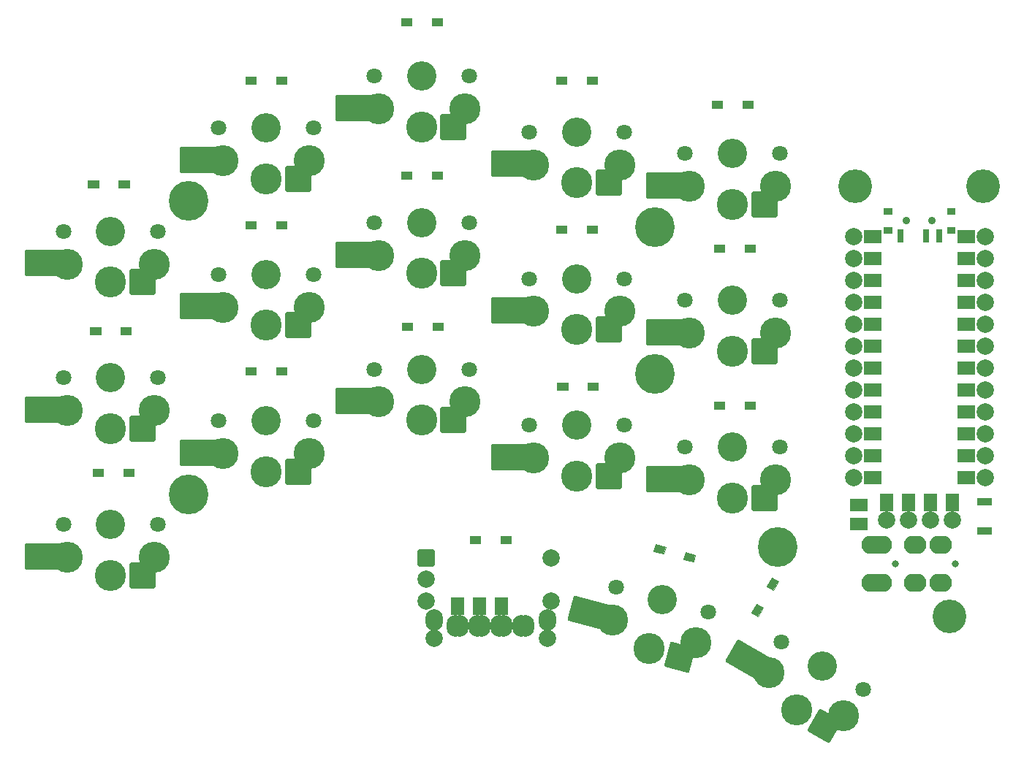
<source format=gbs>
G04 #@! TF.GenerationSoftware,KiCad,Pcbnew,7.0.2-0*
G04 #@! TF.CreationDate,2023-06-25T18:15:39+02:00*
G04 #@! TF.ProjectId,arkenswoop,61726b65-6e73-4776-9f6f-702e6b696361,0.6.0*
G04 #@! TF.SameCoordinates,Original*
G04 #@! TF.FileFunction,Soldermask,Bot*
G04 #@! TF.FilePolarity,Negative*
%FSLAX46Y46*%
G04 Gerber Fmt 4.6, Leading zero omitted, Abs format (unit mm)*
G04 Created by KiCad (PCBNEW 7.0.2-0) date 2023-06-25 18:15:39*
%MOMM*%
%LPD*%
G01*
G04 APERTURE LIST*
G04 Aperture macros list*
%AMRoundRect*
0 Rectangle with rounded corners*
0 $1 Rounding radius*
0 $2 $3 $4 $5 $6 $7 $8 $9 X,Y pos of 4 corners*
0 Add a 4 corners polygon primitive as box body*
4,1,4,$2,$3,$4,$5,$6,$7,$8,$9,$2,$3,0*
0 Add four circle primitives for the rounded corners*
1,1,$1+$1,$2,$3*
1,1,$1+$1,$4,$5*
1,1,$1+$1,$6,$7*
1,1,$1+$1,$8,$9*
0 Add four rect primitives between the rounded corners*
20,1,$1+$1,$2,$3,$4,$5,0*
20,1,$1+$1,$4,$5,$6,$7,0*
20,1,$1+$1,$6,$7,$8,$9,0*
20,1,$1+$1,$8,$9,$2,$3,0*%
%AMFreePoly0*
4,1,22,0.686777,0.580194,0.756366,0.524698,0.794986,0.444504,0.800000,0.400000,0.800000,0.200000,0.780194,0.113223,0.741421,0.058579,0.141421,-0.541421,0.066056,-0.588777,-0.022393,-0.598742,-0.106406,-0.569345,-0.141421,-0.541421,-0.741421,0.058579,-0.788777,0.133944,-0.800000,0.200000,-0.800000,0.400000,-0.780194,0.486777,-0.724698,0.556366,-0.644504,0.594986,-0.600000,0.600000,
0.600000,0.600000,0.686777,0.580194,0.686777,0.580194,$1*%
%AMFreePoly1*
4,1,26,0.706406,1.169345,0.769345,1.106406,0.798742,1.022393,0.800000,1.000000,0.800000,-0.250000,0.780194,-0.336777,0.724698,-0.406366,0.644504,-0.444986,0.600000,-0.450000,-0.600000,-0.450000,-0.686777,-0.430194,-0.756366,-0.374698,-0.794986,-0.294504,-0.800000,-0.250000,-0.800000,1.000000,-0.780194,1.086777,-0.724698,1.156366,-0.644504,1.194986,-0.555496,1.194986,-0.475302,1.156366,
-0.458579,1.141421,0.000000,0.682842,0.458579,1.141421,0.533944,1.188777,0.622393,1.198742,0.706406,1.169345,0.706406,1.169345,$1*%
G04 Aperture macros list end*
%ADD10C,0.100000*%
%ADD11C,4.600000*%
%ADD12C,1.800000*%
%ADD13C,3.600000*%
%ADD14C,3.400000*%
%ADD15RoundRect,0.200000X-1.300000X1.300000X-1.300000X-1.300000X1.300000X-1.300000X1.300000X1.300000X0*%
%ADD16RoundRect,0.200000X-2.290000X1.300000X-2.290000X-1.300000X2.290000X-1.300000X2.290000X1.300000X0*%
%ADD17O,2.000000X2.500000*%
%ADD18FreePoly0,180.000000*%
%ADD19FreePoly1,180.000000*%
%ADD20C,2.000000*%
%ADD21RoundRect,0.200000X-0.475833X1.775833X-1.775833X-0.475833X0.475833X-1.775833X1.775833X0.475833X0*%
%ADD22RoundRect,0.200000X-1.333198X2.270833X-2.633198X0.019167X1.333198X-2.270833X2.633198X-0.019167X0*%
%ADD23C,0.900000*%
%ADD24RoundRect,0.200000X-0.800000X-0.800000X0.800000X-0.800000X0.800000X0.800000X-0.800000X0.800000X0*%
%ADD25C,3.900000*%
%ADD26FreePoly0,90.000000*%
%ADD27FreePoly0,270.000000*%
%ADD28FreePoly1,90.000000*%
%ADD29FreePoly1,270.000000*%
%ADD30C,0.800000*%
%ADD31O,2.600000X2.100000*%
%ADD32RoundRect,0.200000X-0.919239X1.592168X-1.592168X-0.919239X0.919239X-1.592168X1.592168X0.919239X0*%
%ADD33RoundRect,0.200000X-1.875505X1.848399X-2.548435X-0.663008X1.875505X-1.848399X2.548435X0.663008X0*%
G04 APERTURE END LIST*
D10*
X109650000Y-63425000D02*
X108450000Y-63425000D01*
X108450000Y-62575000D01*
X109650000Y-62575000D01*
X109650000Y-63425000D01*
G36*
X109650000Y-63425000D02*
G01*
X108450000Y-63425000D01*
X108450000Y-62575000D01*
X109650000Y-62575000D01*
X109650000Y-63425000D01*
G37*
X106100000Y-63425000D02*
X104900000Y-63425000D01*
X104900000Y-62575000D01*
X106100000Y-62575000D01*
X106100000Y-63425000D01*
G36*
X106100000Y-63425000D02*
G01*
X104900000Y-63425000D01*
X104900000Y-62575000D01*
X106100000Y-62575000D01*
X106100000Y-63425000D01*
G37*
X111933509Y-131354624D02*
X110917509Y-131354624D01*
X110917509Y-130338624D01*
X111933509Y-130338624D01*
X111933509Y-131354624D01*
G36*
X111933509Y-131354624D02*
G01*
X110917509Y-131354624D01*
X110917509Y-130338624D01*
X111933509Y-130338624D01*
X111933509Y-131354624D01*
G37*
X114473509Y-131354624D02*
X113457509Y-131354624D01*
X113457509Y-130338624D01*
X114473509Y-130338624D01*
X114473509Y-131354624D01*
G36*
X114473509Y-131354624D02*
G01*
X113457509Y-131354624D01*
X113457509Y-130338624D01*
X114473509Y-130338624D01*
X114473509Y-131354624D01*
G37*
X117013509Y-131354624D02*
X115997509Y-131354624D01*
X115997509Y-130338624D01*
X117013509Y-130338624D01*
X117013509Y-131354624D01*
G36*
X117013509Y-131354624D02*
G01*
X115997509Y-131354624D01*
X115997509Y-130338624D01*
X117013509Y-130338624D01*
X117013509Y-131354624D01*
G37*
X73600000Y-99175000D02*
X72400000Y-99175000D01*
X72400000Y-98325000D01*
X73600000Y-98325000D01*
X73600000Y-99175000D01*
G36*
X73600000Y-99175000D02*
G01*
X72400000Y-99175000D01*
X72400000Y-98325000D01*
X73600000Y-98325000D01*
X73600000Y-99175000D01*
G37*
X70050000Y-99175000D02*
X68850000Y-99175000D01*
X68850000Y-98325000D01*
X70050000Y-98325000D01*
X70050000Y-99175000D01*
G36*
X70050000Y-99175000D02*
G01*
X68850000Y-99175000D01*
X68850000Y-98325000D01*
X70050000Y-98325000D01*
X70050000Y-99175000D01*
G37*
X173180034Y-122352819D02*
X171580034Y-122352819D01*
X171580034Y-121552819D01*
X173180034Y-121552819D01*
X173180034Y-122352819D01*
G36*
X173180034Y-122352819D02*
G01*
X171580034Y-122352819D01*
X171580034Y-121552819D01*
X173180034Y-121552819D01*
X173180034Y-122352819D01*
G37*
X173180034Y-118952819D02*
X171580034Y-118952819D01*
X171580034Y-118152819D01*
X173180034Y-118152819D01*
X173180034Y-118952819D01*
G36*
X173180034Y-118952819D02*
G01*
X171580034Y-118952819D01*
X171580034Y-118152819D01*
X173180034Y-118152819D01*
X173180034Y-118952819D01*
G37*
X73350000Y-82175000D02*
X72150000Y-82175000D01*
X72150000Y-81325000D01*
X73350000Y-81325000D01*
X73350000Y-82175000D01*
G36*
X73350000Y-82175000D02*
G01*
X72150000Y-82175000D01*
X72150000Y-81325000D01*
X73350000Y-81325000D01*
X73350000Y-82175000D01*
G37*
X69800000Y-82175000D02*
X68600000Y-82175000D01*
X68600000Y-81325000D01*
X69800000Y-81325000D01*
X69800000Y-82175000D01*
G36*
X69800000Y-82175000D02*
G01*
X68600000Y-82175000D01*
X68600000Y-81325000D01*
X69800000Y-81325000D01*
X69800000Y-82175000D01*
G37*
X168990258Y-87450219D02*
X168090258Y-87450219D01*
X168090258Y-86750219D01*
X168990258Y-86750219D01*
X168990258Y-87450219D01*
G36*
X168990258Y-87450219D02*
G01*
X168090258Y-87450219D01*
X168090258Y-86750219D01*
X168990258Y-86750219D01*
X168990258Y-87450219D01*
G37*
X168990258Y-85250219D02*
X168090258Y-85250219D01*
X168090258Y-84550219D01*
X168990258Y-84550219D01*
X168990258Y-85250219D01*
G36*
X168990258Y-85250219D02*
G01*
X168090258Y-85250219D01*
X168090258Y-84550219D01*
X168990258Y-84550219D01*
X168990258Y-85250219D01*
G37*
X167440258Y-88450219D02*
X166840258Y-88450219D01*
X166840258Y-87050219D01*
X167440258Y-87050219D01*
X167440258Y-88450219D01*
G36*
X167440258Y-88450219D02*
G01*
X166840258Y-88450219D01*
X166840258Y-87050219D01*
X167440258Y-87050219D01*
X167440258Y-88450219D01*
G37*
X165940258Y-88450219D02*
X165340258Y-88450219D01*
X165340258Y-87050219D01*
X165940258Y-87050219D01*
X165940258Y-88450219D01*
G36*
X165940258Y-88450219D02*
G01*
X165340258Y-88450219D01*
X165340258Y-87050219D01*
X165940258Y-87050219D01*
X165940258Y-88450219D01*
G37*
X162940258Y-88450219D02*
X162340258Y-88450219D01*
X162340258Y-87050219D01*
X162940258Y-87050219D01*
X162940258Y-88450219D01*
G36*
X162940258Y-88450219D02*
G01*
X162340258Y-88450219D01*
X162340258Y-87050219D01*
X162940258Y-87050219D01*
X162940258Y-88450219D01*
G37*
X161690258Y-87450219D02*
X160790258Y-87450219D01*
X160790258Y-86750219D01*
X161690258Y-86750219D01*
X161690258Y-87450219D01*
G36*
X161690258Y-87450219D02*
G01*
X160790258Y-87450219D01*
X160790258Y-86750219D01*
X161690258Y-86750219D01*
X161690258Y-87450219D01*
G37*
X161690258Y-85250219D02*
X160790258Y-85250219D01*
X160790258Y-84550219D01*
X161690258Y-84550219D01*
X161690258Y-85250219D01*
G36*
X161690258Y-85250219D02*
G01*
X160790258Y-85250219D01*
X160790258Y-84550219D01*
X161690258Y-84550219D01*
X161690258Y-85250219D01*
G37*
X145850000Y-107825000D02*
X144650000Y-107825000D01*
X144650000Y-106975000D01*
X145850000Y-106975000D01*
X145850000Y-107825000D01*
G36*
X145850000Y-107825000D02*
G01*
X144650000Y-107825000D01*
X144650000Y-106975000D01*
X145850000Y-106975000D01*
X145850000Y-107825000D01*
G37*
X142300000Y-107825000D02*
X141100000Y-107825000D01*
X141100000Y-106975000D01*
X142300000Y-106975000D01*
X142300000Y-107825000D01*
G36*
X142300000Y-107825000D02*
G01*
X141100000Y-107825000D01*
X141100000Y-106975000D01*
X142300000Y-106975000D01*
X142300000Y-107825000D01*
G37*
X127600000Y-70175000D02*
X126400000Y-70175000D01*
X126400000Y-69325000D01*
X127600000Y-69325000D01*
X127600000Y-70175000D01*
G36*
X127600000Y-70175000D02*
G01*
X126400000Y-70175000D01*
X126400000Y-69325000D01*
X127600000Y-69325000D01*
X127600000Y-70175000D01*
G37*
X124050000Y-70175000D02*
X122850000Y-70175000D01*
X122850000Y-69325000D01*
X124050000Y-69325000D01*
X124050000Y-70175000D01*
G36*
X124050000Y-70175000D02*
G01*
X122850000Y-70175000D01*
X122850000Y-69325000D01*
X124050000Y-69325000D01*
X124050000Y-70175000D01*
G37*
X109625000Y-81175000D02*
X108425000Y-81175000D01*
X108425000Y-80325000D01*
X109625000Y-80325000D01*
X109625000Y-81175000D01*
G36*
X109625000Y-81175000D02*
G01*
X108425000Y-81175000D01*
X108425000Y-80325000D01*
X109625000Y-80325000D01*
X109625000Y-81175000D01*
G37*
X106075000Y-81175000D02*
X104875000Y-81175000D01*
X104875000Y-80325000D01*
X106075000Y-80325000D01*
X106075000Y-81175000D01*
G36*
X106075000Y-81175000D02*
G01*
X104875000Y-81175000D01*
X104875000Y-80325000D01*
X106075000Y-80325000D01*
X106075000Y-81175000D01*
G37*
X127600000Y-87425000D02*
X126400000Y-87425000D01*
X126400000Y-86575000D01*
X127600000Y-86575000D01*
X127600000Y-87425000D01*
G36*
X127600000Y-87425000D02*
G01*
X126400000Y-87425000D01*
X126400000Y-86575000D01*
X127600000Y-86575000D01*
X127600000Y-87425000D01*
G37*
X124050000Y-87425000D02*
X122850000Y-87425000D01*
X122850000Y-86575000D01*
X124050000Y-86575000D01*
X124050000Y-87425000D01*
G36*
X124050000Y-87425000D02*
G01*
X122850000Y-87425000D01*
X122850000Y-86575000D01*
X124050000Y-86575000D01*
X124050000Y-87425000D01*
G37*
X145600000Y-72925000D02*
X144400000Y-72925000D01*
X144400000Y-72075000D01*
X145600000Y-72075000D01*
X145600000Y-72925000D01*
G36*
X145600000Y-72925000D02*
G01*
X144400000Y-72925000D01*
X144400000Y-72075000D01*
X145600000Y-72075000D01*
X145600000Y-72925000D01*
G37*
X142050000Y-72925000D02*
X140850000Y-72925000D01*
X140850000Y-72075000D01*
X142050000Y-72075000D01*
X142050000Y-72925000D01*
G36*
X142050000Y-72925000D02*
G01*
X140850000Y-72925000D01*
X140850000Y-72075000D01*
X142050000Y-72075000D01*
X142050000Y-72925000D01*
G37*
X159810259Y-88401222D02*
X158794259Y-88401222D01*
X158794259Y-87385222D01*
X159810259Y-87385222D01*
X159810259Y-88401222D01*
G36*
X159810259Y-88401222D02*
G01*
X158794259Y-88401222D01*
X158794259Y-87385222D01*
X159810259Y-87385222D01*
X159810259Y-88401222D01*
G37*
X159810259Y-90941222D02*
X158794259Y-90941222D01*
X158794259Y-89925222D01*
X159810259Y-89925222D01*
X159810259Y-90941222D01*
G36*
X159810259Y-90941222D02*
G01*
X158794259Y-90941222D01*
X158794259Y-89925222D01*
X159810259Y-89925222D01*
X159810259Y-90941222D01*
G37*
X159810259Y-93481222D02*
X158794259Y-93481222D01*
X158794259Y-92465222D01*
X159810259Y-92465222D01*
X159810259Y-93481222D01*
G36*
X159810259Y-93481222D02*
G01*
X158794259Y-93481222D01*
X158794259Y-92465222D01*
X159810259Y-92465222D01*
X159810259Y-93481222D01*
G37*
X159810259Y-96021222D02*
X158794259Y-96021222D01*
X158794259Y-95005222D01*
X159810259Y-95005222D01*
X159810259Y-96021222D01*
G36*
X159810259Y-96021222D02*
G01*
X158794259Y-96021222D01*
X158794259Y-95005222D01*
X159810259Y-95005222D01*
X159810259Y-96021222D01*
G37*
X159810259Y-98561222D02*
X158794259Y-98561222D01*
X158794259Y-97545222D01*
X159810259Y-97545222D01*
X159810259Y-98561222D01*
G36*
X159810259Y-98561222D02*
G01*
X158794259Y-98561222D01*
X158794259Y-97545222D01*
X159810259Y-97545222D01*
X159810259Y-98561222D01*
G37*
X159810259Y-101101222D02*
X158794259Y-101101222D01*
X158794259Y-100085222D01*
X159810259Y-100085222D01*
X159810259Y-101101222D01*
G36*
X159810259Y-101101222D02*
G01*
X158794259Y-101101222D01*
X158794259Y-100085222D01*
X159810259Y-100085222D01*
X159810259Y-101101222D01*
G37*
X159810259Y-103641222D02*
X158794259Y-103641222D01*
X158794259Y-102625222D01*
X159810259Y-102625222D01*
X159810259Y-103641222D01*
G36*
X159810259Y-103641222D02*
G01*
X158794259Y-103641222D01*
X158794259Y-102625222D01*
X159810259Y-102625222D01*
X159810259Y-103641222D01*
G37*
X159810259Y-106181222D02*
X158794259Y-106181222D01*
X158794259Y-105165222D01*
X159810259Y-105165222D01*
X159810259Y-106181222D01*
G36*
X159810259Y-106181222D02*
G01*
X158794259Y-106181222D01*
X158794259Y-105165222D01*
X159810259Y-105165222D01*
X159810259Y-106181222D01*
G37*
X159810259Y-108721222D02*
X158794259Y-108721222D01*
X158794259Y-107705222D01*
X159810259Y-107705222D01*
X159810259Y-108721222D01*
G36*
X159810259Y-108721222D02*
G01*
X158794259Y-108721222D01*
X158794259Y-107705222D01*
X159810259Y-107705222D01*
X159810259Y-108721222D01*
G37*
X159810259Y-111261222D02*
X158794259Y-111261222D01*
X158794259Y-110245222D01*
X159810259Y-110245222D01*
X159810259Y-111261222D01*
G36*
X159810259Y-111261222D02*
G01*
X158794259Y-111261222D01*
X158794259Y-110245222D01*
X159810259Y-110245222D01*
X159810259Y-111261222D01*
G37*
X159810259Y-113801222D02*
X158794259Y-113801222D01*
X158794259Y-112785222D01*
X159810259Y-112785222D01*
X159810259Y-113801222D01*
G36*
X159810259Y-113801222D02*
G01*
X158794259Y-113801222D01*
X158794259Y-112785222D01*
X159810259Y-112785222D01*
X159810259Y-113801222D01*
G37*
X159810259Y-116341222D02*
X158794259Y-116341222D01*
X158794259Y-115325222D01*
X159810259Y-115325222D01*
X159810259Y-116341222D01*
G36*
X159810259Y-116341222D02*
G01*
X158794259Y-116341222D01*
X158794259Y-115325222D01*
X159810259Y-115325222D01*
X159810259Y-116341222D01*
G37*
X170986259Y-88401222D02*
X169970259Y-88401222D01*
X169970259Y-87385222D01*
X170986259Y-87385222D01*
X170986259Y-88401222D01*
G36*
X170986259Y-88401222D02*
G01*
X169970259Y-88401222D01*
X169970259Y-87385222D01*
X170986259Y-87385222D01*
X170986259Y-88401222D01*
G37*
X170986259Y-90941222D02*
X169970259Y-90941222D01*
X169970259Y-89925222D01*
X170986259Y-89925222D01*
X170986259Y-90941222D01*
G36*
X170986259Y-90941222D02*
G01*
X169970259Y-90941222D01*
X169970259Y-89925222D01*
X170986259Y-89925222D01*
X170986259Y-90941222D01*
G37*
X170986259Y-93481222D02*
X169970259Y-93481222D01*
X169970259Y-92465222D01*
X170986259Y-92465222D01*
X170986259Y-93481222D01*
G36*
X170986259Y-93481222D02*
G01*
X169970259Y-93481222D01*
X169970259Y-92465222D01*
X170986259Y-92465222D01*
X170986259Y-93481222D01*
G37*
X170986259Y-96021222D02*
X169970259Y-96021222D01*
X169970259Y-95005222D01*
X170986259Y-95005222D01*
X170986259Y-96021222D01*
G36*
X170986259Y-96021222D02*
G01*
X169970259Y-96021222D01*
X169970259Y-95005222D01*
X170986259Y-95005222D01*
X170986259Y-96021222D01*
G37*
X170986259Y-98561222D02*
X169970259Y-98561222D01*
X169970259Y-97545222D01*
X170986259Y-97545222D01*
X170986259Y-98561222D01*
G36*
X170986259Y-98561222D02*
G01*
X169970259Y-98561222D01*
X169970259Y-97545222D01*
X170986259Y-97545222D01*
X170986259Y-98561222D01*
G37*
X170986259Y-101101222D02*
X169970259Y-101101222D01*
X169970259Y-100085222D01*
X170986259Y-100085222D01*
X170986259Y-101101222D01*
G36*
X170986259Y-101101222D02*
G01*
X169970259Y-101101222D01*
X169970259Y-100085222D01*
X170986259Y-100085222D01*
X170986259Y-101101222D01*
G37*
X170986259Y-103641222D02*
X169970259Y-103641222D01*
X169970259Y-102625222D01*
X170986259Y-102625222D01*
X170986259Y-103641222D01*
G36*
X170986259Y-103641222D02*
G01*
X169970259Y-103641222D01*
X169970259Y-102625222D01*
X170986259Y-102625222D01*
X170986259Y-103641222D01*
G37*
X170986259Y-106181222D02*
X169970259Y-106181222D01*
X169970259Y-105165222D01*
X170986259Y-105165222D01*
X170986259Y-106181222D01*
G36*
X170986259Y-106181222D02*
G01*
X169970259Y-106181222D01*
X169970259Y-105165222D01*
X170986259Y-105165222D01*
X170986259Y-106181222D01*
G37*
X170986259Y-108721222D02*
X169970259Y-108721222D01*
X169970259Y-107705222D01*
X170986259Y-107705222D01*
X170986259Y-108721222D01*
G36*
X170986259Y-108721222D02*
G01*
X169970259Y-108721222D01*
X169970259Y-107705222D01*
X170986259Y-107705222D01*
X170986259Y-108721222D01*
G37*
X170986259Y-111261222D02*
X169970259Y-111261222D01*
X169970259Y-110245222D01*
X170986259Y-110245222D01*
X170986259Y-111261222D01*
G36*
X170986259Y-111261222D02*
G01*
X169970259Y-111261222D01*
X169970259Y-110245222D01*
X170986259Y-110245222D01*
X170986259Y-111261222D01*
G37*
X170986259Y-113801222D02*
X169970259Y-113801222D01*
X169970259Y-112785222D01*
X170986259Y-112785222D01*
X170986259Y-113801222D01*
G36*
X170986259Y-113801222D02*
G01*
X169970259Y-113801222D01*
X169970259Y-112785222D01*
X170986259Y-112785222D01*
X170986259Y-113801222D01*
G37*
X170986259Y-116341222D02*
X169970259Y-116341222D01*
X169970259Y-115325222D01*
X170986259Y-115325222D01*
X170986259Y-116341222D01*
G36*
X170986259Y-116341222D02*
G01*
X169970259Y-116341222D01*
X169970259Y-115325222D01*
X170986259Y-115325222D01*
X170986259Y-116341222D01*
G37*
X73900000Y-115675000D02*
X72700000Y-115675000D01*
X72700000Y-114825000D01*
X73900000Y-114825000D01*
X73900000Y-115675000D01*
G36*
X73900000Y-115675000D02*
G01*
X72700000Y-115675000D01*
X72700000Y-114825000D01*
X73900000Y-114825000D01*
X73900000Y-115675000D01*
G37*
X70350000Y-115675000D02*
X69150000Y-115675000D01*
X69150000Y-114825000D01*
X70350000Y-114825000D01*
X70350000Y-115675000D01*
G36*
X70350000Y-115675000D02*
G01*
X69150000Y-115675000D01*
X69150000Y-114825000D01*
X70350000Y-114825000D01*
X70350000Y-115675000D01*
G37*
X161588438Y-119348911D02*
X160572438Y-119348911D01*
X160572438Y-118332911D01*
X161588438Y-118332911D01*
X161588438Y-119348911D01*
G36*
X161588438Y-119348911D02*
G01*
X160572438Y-119348911D01*
X160572438Y-118332911D01*
X161588438Y-118332911D01*
X161588438Y-119348911D01*
G37*
X164128438Y-119348911D02*
X163112438Y-119348911D01*
X163112438Y-118332911D01*
X164128438Y-118332911D01*
X164128438Y-119348911D01*
G36*
X164128438Y-119348911D02*
G01*
X163112438Y-119348911D01*
X163112438Y-118332911D01*
X164128438Y-118332911D01*
X164128438Y-119348911D01*
G37*
X166668438Y-119348911D02*
X165652438Y-119348911D01*
X165652438Y-118332911D01*
X166668438Y-118332911D01*
X166668438Y-119348911D01*
G36*
X166668438Y-119348911D02*
G01*
X165652438Y-119348911D01*
X165652438Y-118332911D01*
X166668438Y-118332911D01*
X166668438Y-119348911D01*
G37*
X169208438Y-119348911D02*
X168192438Y-119348911D01*
X168192438Y-118332911D01*
X169208438Y-118332911D01*
X169208438Y-119348911D01*
G36*
X169208438Y-119348911D02*
G01*
X168192438Y-119348911D01*
X168192438Y-118332911D01*
X169208438Y-118332911D01*
X169208438Y-119348911D01*
G37*
X127700400Y-105675000D02*
X126500400Y-105675000D01*
X126500400Y-104825000D01*
X127700400Y-104825000D01*
X127700400Y-105675000D01*
G36*
X127700400Y-105675000D02*
G01*
X126500400Y-105675000D01*
X126500400Y-104825000D01*
X127700400Y-104825000D01*
X127700400Y-105675000D01*
G37*
X124150400Y-105675000D02*
X122950400Y-105675000D01*
X122950400Y-104825000D01*
X124150400Y-104825000D01*
X124150400Y-105675000D01*
G36*
X124150400Y-105675000D02*
G01*
X122950400Y-105675000D01*
X122950400Y-104825000D01*
X124150400Y-104825000D01*
X124150400Y-105675000D01*
G37*
X117600000Y-123425000D02*
X116400000Y-123425000D01*
X116400000Y-122575000D01*
X117600000Y-122575000D01*
X117600000Y-123425000D01*
G36*
X117600000Y-123425000D02*
G01*
X116400000Y-123425000D01*
X116400000Y-122575000D01*
X117600000Y-122575000D01*
X117600000Y-123425000D01*
G37*
X114050000Y-123425000D02*
X112850000Y-123425000D01*
X112850000Y-122575000D01*
X114050000Y-122575000D01*
X114050000Y-123425000D01*
G36*
X114050000Y-123425000D02*
G01*
X112850000Y-123425000D01*
X112850000Y-122575000D01*
X114050000Y-122575000D01*
X114050000Y-123425000D01*
G37*
X91600000Y-86925000D02*
X90400000Y-86925000D01*
X90400000Y-86075000D01*
X91600000Y-86075000D01*
X91600000Y-86925000D01*
G36*
X91600000Y-86925000D02*
G01*
X90400000Y-86925000D01*
X90400000Y-86075000D01*
X91600000Y-86075000D01*
X91600000Y-86925000D01*
G37*
X88050000Y-86925000D02*
X86850000Y-86925000D01*
X86850000Y-86075000D01*
X88050000Y-86075000D01*
X88050000Y-86925000D01*
G36*
X88050000Y-86925000D02*
G01*
X86850000Y-86925000D01*
X86850000Y-86075000D01*
X88050000Y-86075000D01*
X88050000Y-86925000D01*
G37*
X91600000Y-103875000D02*
X90400000Y-103875000D01*
X90400000Y-103025000D01*
X91600000Y-103025000D01*
X91600000Y-103875000D01*
G36*
X91600000Y-103875000D02*
G01*
X90400000Y-103875000D01*
X90400000Y-103025000D01*
X91600000Y-103025000D01*
X91600000Y-103875000D01*
G37*
X88050000Y-103875000D02*
X86850000Y-103875000D01*
X86850000Y-103025000D01*
X88050000Y-103025000D01*
X88050000Y-103875000D01*
G36*
X88050000Y-103875000D02*
G01*
X86850000Y-103875000D01*
X86850000Y-103025000D01*
X88050000Y-103025000D01*
X88050000Y-103875000D01*
G37*
X109700400Y-98675000D02*
X108500400Y-98675000D01*
X108500400Y-97825000D01*
X109700400Y-97825000D01*
X109700400Y-98675000D01*
G36*
X109700400Y-98675000D02*
G01*
X108500400Y-98675000D01*
X108500400Y-97825000D01*
X109700400Y-97825000D01*
X109700400Y-98675000D01*
G37*
X106150400Y-98675000D02*
X104950400Y-98675000D01*
X104950400Y-97825000D01*
X106150400Y-97825000D01*
X106150400Y-98675000D01*
G36*
X106150400Y-98675000D02*
G01*
X104950400Y-98675000D01*
X104950400Y-97825000D01*
X106150400Y-97825000D01*
X106150400Y-98675000D01*
G37*
X158857431Y-119651406D02*
X156857431Y-119651406D01*
X156857431Y-118251406D01*
X158857431Y-118251406D01*
X158857431Y-119651406D01*
G36*
X158857431Y-119651406D02*
G01*
X156857431Y-119651406D01*
X156857431Y-118251406D01*
X158857431Y-118251406D01*
X158857431Y-119651406D01*
G37*
X158857431Y-121851406D02*
X156857431Y-121851406D01*
X156857431Y-120451406D01*
X158857431Y-120451406D01*
X158857431Y-121851406D01*
G36*
X158857431Y-121851406D02*
G01*
X156857431Y-121851406D01*
X156857431Y-120451406D01*
X158857431Y-120451406D01*
X158857431Y-121851406D01*
G37*
X91600000Y-70175000D02*
X90400000Y-70175000D01*
X90400000Y-69325000D01*
X91600000Y-69325000D01*
X91600000Y-70175000D01*
G36*
X91600000Y-70175000D02*
G01*
X90400000Y-70175000D01*
X90400000Y-69325000D01*
X91600000Y-69325000D01*
X91600000Y-70175000D01*
G37*
X88050000Y-70175000D02*
X86850000Y-70175000D01*
X86850000Y-69325000D01*
X88050000Y-69325000D01*
X88050000Y-70175000D01*
G36*
X88050000Y-70175000D02*
G01*
X86850000Y-70175000D01*
X86850000Y-69325000D01*
X88050000Y-69325000D01*
X88050000Y-70175000D01*
G37*
X148543061Y-127818495D02*
X147943061Y-128857725D01*
X147206939Y-128432725D01*
X147806939Y-127393495D01*
X148543061Y-127818495D01*
G36*
X148543061Y-127818495D02*
G01*
X147943061Y-128857725D01*
X147206939Y-128432725D01*
X147806939Y-127393495D01*
X148543061Y-127818495D01*
G37*
X146768061Y-130892885D02*
X146168061Y-131932115D01*
X145431939Y-131507115D01*
X146031939Y-130467885D01*
X146768061Y-130892885D01*
G36*
X146768061Y-130892885D02*
G01*
X146168061Y-131932115D01*
X145431939Y-131507115D01*
X146031939Y-130467885D01*
X146768061Y-130892885D01*
G37*
X138939554Y-124744773D02*
X138719558Y-125565810D01*
X137560447Y-125255227D01*
X137780443Y-124434190D01*
X138939554Y-124744773D01*
G36*
X138939554Y-124744773D02*
G01*
X138719558Y-125565810D01*
X137560447Y-125255227D01*
X137780443Y-124434190D01*
X138939554Y-124744773D01*
G37*
X135510517Y-123825965D02*
X135290521Y-124647002D01*
X134131410Y-124336419D01*
X134351406Y-123515382D01*
X135510517Y-123825965D01*
G36*
X135510517Y-123825965D02*
G01*
X135290521Y-124647002D01*
X134131410Y-124336419D01*
X134351406Y-123515382D01*
X135510517Y-123825965D01*
G37*
X145850000Y-89675000D02*
X144650000Y-89675000D01*
X144650000Y-88825000D01*
X145850000Y-88825000D01*
X145850000Y-89675000D01*
G36*
X145850000Y-89675000D02*
G01*
X144650000Y-89675000D01*
X144650000Y-88825000D01*
X145850000Y-88825000D01*
X145850000Y-89675000D01*
G37*
X142300000Y-89675000D02*
X141100000Y-89675000D01*
X141100000Y-88825000D01*
X142300000Y-88825000D01*
X142300000Y-89675000D01*
G36*
X142300000Y-89675000D02*
G01*
X141100000Y-89675000D01*
X141100000Y-88825000D01*
X142300000Y-88825000D01*
X142300000Y-89675000D01*
G37*
D11*
X134228545Y-86750000D03*
D12*
X101729546Y-103239471D03*
D13*
X102229546Y-107039471D03*
D14*
X107229546Y-103239471D03*
D13*
X107229546Y-109139471D03*
X112229546Y-107039471D03*
D12*
X112729546Y-103239471D03*
D15*
X110929546Y-109139471D03*
D16*
X99719546Y-106939471D03*
D17*
X111163509Y-132975624D03*
D18*
X111425509Y-131100624D03*
D17*
X111687509Y-132975624D03*
X113703509Y-132975624D03*
D18*
X113965509Y-131100624D03*
D17*
X114227509Y-132975624D03*
X116243509Y-132975624D03*
D18*
X116505509Y-131100624D03*
D17*
X116767509Y-132975624D03*
X118783509Y-132975624D03*
X119307509Y-132975624D03*
D19*
X111425509Y-130084624D03*
X113965509Y-130084624D03*
X116505509Y-130084624D03*
D20*
X108687509Y-134450624D03*
X121783509Y-134450624D03*
D17*
X108687509Y-132350624D03*
X121783509Y-132350624D03*
D11*
X80250000Y-83750000D03*
D12*
X148903370Y-134868092D03*
D13*
X147436383Y-138408989D03*
D14*
X153666510Y-137618092D03*
D13*
X150716510Y-142727642D03*
X156096637Y-143408989D03*
D12*
X158429650Y-140368092D03*
D21*
X153920804Y-144577642D03*
D22*
X145312659Y-137067386D03*
D23*
X166390258Y-86000219D03*
X166390258Y-86000219D03*
X163390258Y-86000219D03*
X163390258Y-86000219D03*
D12*
X65729542Y-121239972D03*
D13*
X66229542Y-125039972D03*
D14*
X71229542Y-121239972D03*
D13*
X71229542Y-127139972D03*
X76229542Y-125039972D03*
D12*
X76729542Y-121239972D03*
D15*
X74929542Y-127139972D03*
D16*
X63719542Y-124939972D03*
D24*
X107735549Y-125100000D03*
D20*
X107735549Y-130100000D03*
X107735549Y-127600000D03*
X122235549Y-130100000D03*
X122235549Y-125100000D03*
D25*
X172281378Y-81999725D03*
D12*
X119728544Y-92739470D03*
D13*
X120228544Y-96539470D03*
D14*
X125228544Y-92739470D03*
D13*
X125228544Y-98639470D03*
X130228544Y-96539470D03*
D12*
X130728544Y-92739470D03*
D15*
X128928544Y-98639470D03*
D16*
X117718544Y-96439470D03*
D25*
X157500056Y-82000182D03*
D12*
X137729546Y-95239475D03*
D13*
X138229546Y-99039475D03*
D14*
X143229546Y-95239475D03*
D13*
X143229546Y-101139475D03*
X148229546Y-99039475D03*
D12*
X148729546Y-95239475D03*
D15*
X146929546Y-101139475D03*
D16*
X135719546Y-98939475D03*
D20*
X157270259Y-87893222D03*
X157270259Y-90433222D03*
X157270259Y-92973222D03*
X157270259Y-95513222D03*
X157270259Y-98053222D03*
X157270259Y-100593222D03*
X157270259Y-103133222D03*
X157270259Y-105673222D03*
X157270259Y-108213222D03*
X157270259Y-110753222D03*
X157270259Y-113293222D03*
X157270259Y-115833222D03*
D26*
X159048259Y-87893222D03*
X159048259Y-90433222D03*
X159048259Y-92973222D03*
X159048259Y-95513222D03*
X159048259Y-98053222D03*
X159048259Y-100593222D03*
X159048259Y-103133222D03*
X159048259Y-105673222D03*
X159048259Y-108213222D03*
X159048259Y-110753222D03*
X159048259Y-113293222D03*
X159048259Y-115833222D03*
D27*
X170732259Y-87893222D03*
X170732259Y-90433222D03*
X170732259Y-92973222D03*
X170732259Y-95513222D03*
X170732259Y-98053222D03*
X170732259Y-100593222D03*
X170732259Y-103133222D03*
X170732259Y-105673222D03*
X170732259Y-108213222D03*
X170732259Y-110753222D03*
X170732259Y-113293222D03*
X170732259Y-115833222D03*
D20*
X172510259Y-87893222D03*
X172510259Y-90433222D03*
X172510259Y-92973222D03*
X172510259Y-95513222D03*
X172510259Y-98053222D03*
X172510259Y-100593222D03*
X172510259Y-103133222D03*
X172510259Y-105673222D03*
X172510259Y-108213222D03*
X172510259Y-110753222D03*
X172510259Y-113293222D03*
X172510259Y-115833222D03*
D28*
X160064259Y-87893222D03*
X160064259Y-90433222D03*
X160064259Y-92973222D03*
X160064259Y-95513222D03*
X160064259Y-98053222D03*
X160064259Y-100593222D03*
X160064259Y-103133222D03*
X160064259Y-105673222D03*
X160064259Y-108213222D03*
X160064259Y-110753222D03*
X160064259Y-113293222D03*
X160064259Y-115833222D03*
D29*
X169716259Y-115833222D03*
X169716259Y-113293222D03*
X169716259Y-110753222D03*
X169716259Y-108213222D03*
X169716259Y-105673222D03*
X169716259Y-103133222D03*
X169716259Y-100593222D03*
X169716259Y-98053222D03*
X169716259Y-95513222D03*
X169716259Y-92973222D03*
X169716259Y-90433222D03*
X169716259Y-87893222D03*
D12*
X65729542Y-87239972D03*
D13*
X66229542Y-91039972D03*
D14*
X71229542Y-87239972D03*
D13*
X71229542Y-93139972D03*
X76229542Y-91039972D03*
D12*
X76729542Y-87239972D03*
D15*
X74929542Y-93139972D03*
D16*
X63719542Y-90939972D03*
D12*
X83729547Y-109239974D03*
D13*
X84229547Y-113039974D03*
D14*
X89229547Y-109239974D03*
D13*
X89229547Y-115139974D03*
X94229547Y-113039974D03*
D12*
X94729547Y-109239974D03*
D15*
X92929547Y-115139974D03*
D16*
X81719547Y-112939974D03*
D30*
X169104707Y-125824920D03*
X162104707Y-125824920D03*
D31*
X159504707Y-123624920D03*
X159504707Y-128024920D03*
X167404707Y-123624920D03*
X167404707Y-128024920D03*
X164404707Y-123624920D03*
X164404707Y-128024920D03*
X160404707Y-123624920D03*
X160404707Y-128024920D03*
D12*
X101729543Y-69239473D03*
D13*
X102229543Y-73039473D03*
D14*
X107229543Y-69239473D03*
D13*
X107229543Y-75139473D03*
X112229543Y-73039473D03*
D12*
X112729543Y-69239473D03*
D15*
X110929543Y-75139473D03*
D16*
X99719543Y-72939473D03*
D12*
X137729546Y-78239472D03*
D13*
X138229546Y-82039472D03*
D14*
X143229546Y-78239472D03*
D13*
X143229546Y-84139472D03*
X148229546Y-82039472D03*
D12*
X148729546Y-78239472D03*
D15*
X146929546Y-84139472D03*
D16*
X135719546Y-81939472D03*
D12*
X65729542Y-104239972D03*
D13*
X66229542Y-108039972D03*
D14*
X71229542Y-104239972D03*
D13*
X71229542Y-110139972D03*
X76229542Y-108039972D03*
D12*
X76729542Y-104239972D03*
D15*
X74929542Y-110139972D03*
D16*
X63719542Y-107939972D03*
D25*
X168386407Y-131897959D03*
D18*
X161080438Y-119094911D03*
D20*
X161080438Y-120752911D03*
D18*
X163620438Y-119094911D03*
D20*
X163620438Y-120752911D03*
D18*
X166160438Y-119094911D03*
D20*
X166160438Y-120752911D03*
D18*
X168700438Y-119094911D03*
D20*
X168700438Y-120752911D03*
D19*
X161080438Y-118078911D03*
X163620438Y-118078911D03*
X166160438Y-118078911D03*
X168700438Y-118078911D03*
D12*
X119728544Y-109739471D03*
D13*
X120228544Y-113539471D03*
D14*
X125228544Y-109739471D03*
D13*
X125228544Y-115639471D03*
X130228544Y-113539471D03*
D12*
X130728544Y-109739471D03*
D15*
X128928544Y-115639471D03*
D16*
X117718544Y-113439471D03*
D12*
X83729547Y-92239968D03*
D13*
X84229547Y-96039968D03*
D14*
X89229547Y-92239968D03*
D13*
X89229547Y-98139968D03*
X94229547Y-96039968D03*
D12*
X94729547Y-92239968D03*
D15*
X92929547Y-98139968D03*
D16*
X81719547Y-95939968D03*
D12*
X119728547Y-75739475D03*
D13*
X120228547Y-79539475D03*
D14*
X125228547Y-75739475D03*
D13*
X125228547Y-81639475D03*
X130228547Y-79539475D03*
D12*
X130728547Y-75739475D03*
D15*
X128928547Y-81639475D03*
D16*
X117718547Y-79439475D03*
D11*
X80250000Y-117750000D03*
D12*
X129815995Y-128515667D03*
D13*
X129315445Y-132315595D03*
D14*
X135128587Y-129939172D03*
D13*
X133601555Y-135638134D03*
X138974704Y-134903785D03*
D12*
X140441179Y-131362677D03*
D32*
X137175480Y-136595765D03*
D33*
X126916854Y-131569367D03*
D12*
X101729546Y-86239470D03*
D13*
X102229546Y-90039470D03*
D14*
X107229546Y-86239470D03*
D13*
X107229546Y-92139470D03*
X112229546Y-90039470D03*
D12*
X112729546Y-86239470D03*
D15*
X110929546Y-92139470D03*
D16*
X99719546Y-89939470D03*
D11*
X134250000Y-103750000D03*
X148510701Y-123849903D03*
D12*
X137729549Y-112239469D03*
D13*
X138229549Y-116039469D03*
D14*
X143229549Y-112239469D03*
D13*
X143229549Y-118139469D03*
X148229549Y-116039469D03*
D12*
X148729549Y-112239469D03*
D15*
X146929549Y-118139469D03*
D16*
X135719549Y-115939469D03*
D12*
X83729545Y-75239973D03*
D13*
X84229545Y-79039973D03*
D14*
X89229545Y-75239973D03*
D13*
X89229545Y-81139973D03*
X94229545Y-79039973D03*
D12*
X94729545Y-75239973D03*
D15*
X92929545Y-81139973D03*
D16*
X81719545Y-78939973D03*
M02*

</source>
